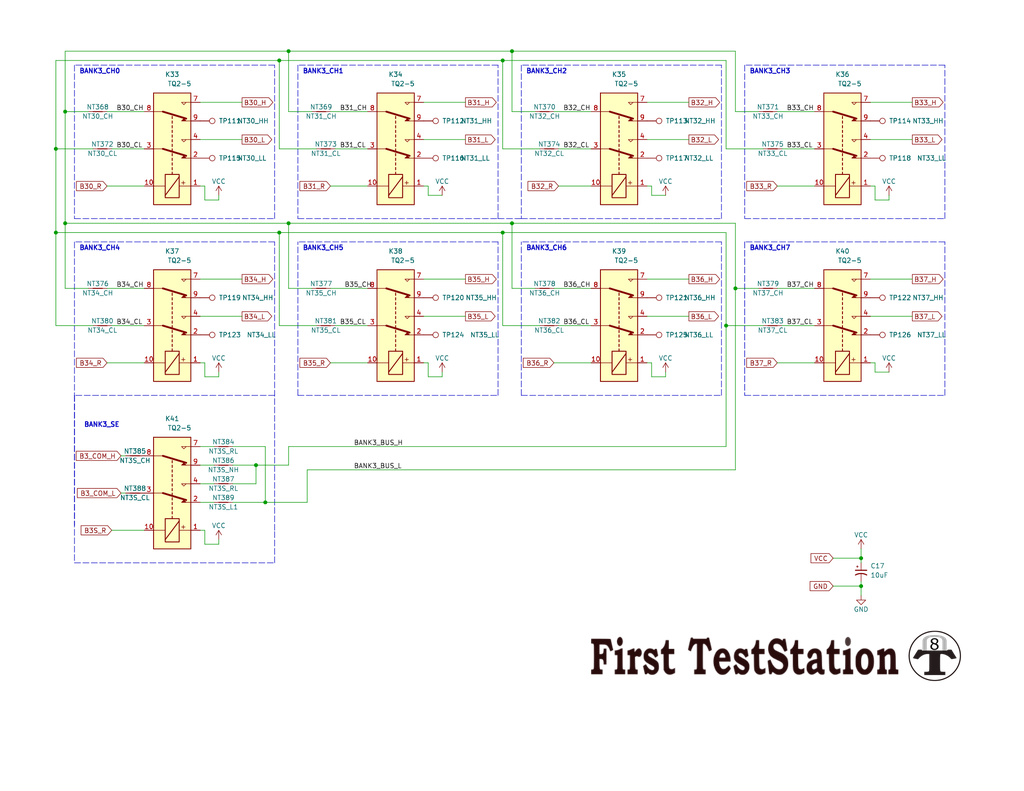
<source format=kicad_sch>
(kicad_sch (version 20211123) (generator eeschema)
  (paper "A")
  (title_block (title "InterconnectIO Board") (date "2022-06-01") (rev "0.1"))
  (lib_symbols
    (symbol "Connector:TestPoint" (pin_numbers hide) (pin_names (offset 0.762) hide)
      (property "Reference" "TP" (at 0 6.858 0))
      (property "Value" "TestPoint" (at 0 5.08 0))
      (symbol "TestPoint_0_1"
        (circle (center 0 3.302) (radius 0.762))
      )
      (symbol "TestPoint_1_1"
        (pin passive line (at 0 0 90) (length 2.54) (name "1") (number "1"))
      )
    )
    (symbol "Device:C_Polarized_Small_US" (pin_numbers hide) (pin_names (offset 0.254) hide)
      (property "Reference" "C" (at 0.254 1.778 0))
      (property "Value" "C_Polarized_Small_US" (at 0.254 -2.032 0))
      (symbol "C_Polarized_Small_US_0_1"
        (polyline (pts (xy -1.524 0.508) (xy 1.524 0.508)) (stroke (width 0.3048)))
        (polyline (pts (xy -1.27 1.524) (xy -0.762 1.524)))
        (polyline (pts (xy -1.016 1.27) (xy -1.016 1.778)))
        (arc (start 1.524 -0.762) (mid 0 -0.3734) (end -1.524 -0.762) (stroke (width 0.3048)))
      )
      (symbol "C_Polarized_Small_US_1_1"
        (pin passive line (at 0 2.54 270) (length 2.032) (name "~") (number "1"))
        (pin passive line (at 0 -2.54 90) (length 2.032) (name "~") (number "2"))
      )
    )
    (symbol "Device:NetTie_2" (pin_numbers hide) (pin_names (offset 0) hide)
      (property "Reference" "NT" (at 0 1.27 0))
      (property "Value" "NetTie_2" (at 0 -1.27 0))
      (symbol "NetTie_2_0_1"
        (polyline (pts (xy -1.27 0) (xy 1.27 0)) (stroke (width 0.254)))
      )
      (symbol "NetTie_2_1_1"
        (pin passive line (at -2.54 0 0) (length 2.54) (name "1") (number "1"))
        (pin passive line (at 2.54 0 180) (length 2.54) (name "2") (number "2"))
      )
    )
    (symbol "Relay:TQ2-5"
      (property "Reference" "K?" (at 17.78 1.2701 0))
      (property "Value" "TQ2-5" (at 17.78 -1.2699 0))
      (symbol "TQ2-5_0_0"
        (text "+" (at -9.271 2.921 0) (effects (font (size 1.27 1.27))))
      )
      (symbol "TQ2-5_0_1"
        (rectangle (start -15.24 5.08) (end 15.24 -5.08) (stroke (width 0.254)) (fill (type background)))
        (rectangle (start -13.335 1.905) (end -6.985 -1.905) (stroke (width 0.254)))
        (polyline (pts (xy -12.7 -1.905) (xy -7.62 1.905)) (stroke (width 0.254)))
        (polyline (pts (xy -10.16 -5.08) (xy -10.16 -1.905)))
        (polyline (pts (xy -10.16 5.08) (xy -10.16 1.905)))
        (polyline (pts (xy -6.985 0) (xy -6.35 0)) (stroke (width 0.254)))
        (polyline (pts (xy -5.715 0) (xy -5.08 0)) (stroke (width 0.254)))
        (polyline (pts (xy -4.445 0) (xy -3.81 0)) (stroke (width 0.254)))
        (polyline (pts (xy -3.175 0) (xy -2.54 0)) (stroke (width 0.254)))
        (polyline (pts (xy -1.905 0) (xy -1.27 0)) (stroke (width 0.254)))
        (polyline (pts (xy -0.635 0) (xy 0 0)) (stroke (width 0.254)))
        (polyline (pts (xy 0 -2.54) (xy -1.905 3.81)) (stroke (width 0.508)))
        (polyline (pts (xy 0 -2.54) (xy 0 -5.08)))
        (polyline (pts (xy 0.635 0) (xy 1.27 0)) (stroke (width 0.254)))
        (polyline (pts (xy 1.905 0) (xy 2.54 0)) (stroke (width 0.254)))
        (polyline (pts (xy 3.175 0) (xy 3.81 0)) (stroke (width 0.254)))
        (polyline (pts (xy 4.445 0) (xy 5.08 0)) (stroke (width 0.254)))
        (polyline (pts (xy 5.715 0) (xy 6.35 0)) (stroke (width 0.254)))
        (polyline (pts (xy 6.985 0) (xy 7.62 0)) (stroke (width 0.254)))
        (polyline (pts (xy 8.255 0) (xy 8.89 0)) (stroke (width 0.254)))
        (polyline (pts (xy 10.16 -2.54) (xy 8.255 3.81)) (stroke (width 0.508)))
        (polyline (pts (xy 10.16 -2.54) (xy 10.16 -5.08)))
        (polyline (pts (xy -2.54 5.08) (xy -2.54 2.54) (xy -1.905 3.175) (xy -2.54 3.81)) (fill (type outline)))
        (polyline (pts (xy 2.54 5.08) (xy 2.54 2.54) (xy 1.905 3.175) (xy 2.54 3.81)))
        (polyline (pts (xy 7.62 5.08) (xy 7.62 2.54) (xy 8.255 3.175) (xy 7.62 3.81)) (fill (type outline)))
        (polyline (pts (xy 12.7 5.08) (xy 12.7 2.54) (xy 12.065 3.175) (xy 12.7 3.81)))
      )
      (symbol "TQ2-5_1_1"
        (pin passive line (at -10.16 7.62 270) (length 2.54) (name "~") (number "1"))
        (pin passive line (at -10.16 -7.62 90) (length 2.54) (name "~") (number "10"))
        (pin passive line (at -2.54 7.62 270) (length 2.54) (name "~") (number "2"))
        (pin passive line (at 0 -7.62 90) (length 2.54) (name "~") (number "3"))
        (pin passive line (at 2.54 7.62 270) (length 2.54) (name "~") (number "4"))
        (pin passive line (at 12.7 7.62 270) (length 2.54) (name "~") (number "7"))
        (pin passive line (at 10.16 -7.62 90) (length 2.54) (name "~") (number "8"))
        (pin passive line (at 7.62 7.62 270) (length 2.54) (name "~") (number "9"))
      )
    )
    (symbol "power:GND" (power) (pin_numbers hide) (pin_names (offset 0) hide)
      (property "Value" "GND" (at 0 -3.81 0))
      (symbol "GND_0_1"
        (polyline (pts (xy 0 0) (xy 0 -1.27) (xy 1.27 -1.27) (xy 0 -2.54) (xy -1.27 -1.27) (xy 0 -1.27)))
      )
      (symbol "GND_1_1"
        (pin power_in line (at 0 0 270) (length 0) hide (name "GND") (number "1"))
      )
    )
    (symbol "power:VCC" (power) (pin_numbers hide) (pin_names (offset 0) hide)
      (property "Value" "VCC" (at 0 3.81 0))
      (symbol "VCC_0_1"
        (polyline (pts (xy -0.762 1.27) (xy 0 2.54)))
        (polyline (pts (xy 0 0) (xy 0 2.54)))
        (polyline (pts (xy 0 2.54) (xy 0.762 1.27)))
      )
      (symbol "VCC_1_1"
        (pin power_in line (at 0 0 90) (length 0) hide (name "VCC") (number "1"))
      )
    )
  )
  (junction (at 17.78 30.48))
  (junction (at 200.66 78.74))
  (junction (at 137.16 63.5))
  (junction (at 78.74 13.97))
  (junction (at 139.7 60.96))
  (junction (at 234.95 152.4))
  (junction (at 139.7 13.97))
  (junction (at 76.2 63.5))
  (junction (at 76.2 16.51))
  (junction (at 78.74 60.96))
  (junction (at 17.78 60.96))
  (junction (at 69.85 127))
  (junction (at 137.16 16.51))
  (junction (at 198.12 88.9))
  (junction (at 15.24 40.64))
  (junction (at 15.24 63.5))
  (junction (at 72.39 137.16))
  (junction (at 234.95 160.02))
  (wire (pts (xy 137.16 63.5) (xy 198.12 63.5)))
  (wire (pts (xy 30.48 144.78) (xy 39.37 144.78)))
  (polyline (pts (xy 196.85 17.78) (xy 142.24 17.78)))
  (wire (pts (xy 177.8 99.06) (xy 177.8 102.87)))
  (wire (pts (xy 212.09 78.74) (xy 222.25 78.74)))
  (wire (pts (xy 238.76 50.8) (xy 238.76 54.61)))
  (wire (pts (xy 17.78 78.74) (xy 17.78 60.96)))
  (wire (pts (xy 78.74 121.92) (xy 198.12 121.92)))
  (wire (pts (xy 212.09 30.48) (xy 222.25 30.48)))
  (polyline (pts (xy 196.85 59.69) (xy 196.85 17.78)))
  (wire (pts (xy 55.88 144.78) (xy 55.88 148.59)))
  (wire (pts (xy 198.12 88.9) (xy 208.28 88.9)))
  (wire (pts (xy 91.44 40.64) (xy 100.33 40.64)))
  (wire (pts (xy 55.88 50.8) (xy 55.88 54.61)))
  (wire (pts (xy 120.65 101.6) (xy 120.65 102.87)))
  (wire (pts (xy 15.24 40.64) (xy 25.4 40.64)))
  (polyline (pts (xy 20.32 107.95) (xy 20.32 153.67)))
  (wire (pts (xy 115.57 76.2) (xy 127 76.2)))
  (wire (pts (xy 76.2 16.51) (xy 137.16 16.51)))
  (wire (pts (xy 15.24 63.5) (xy 76.2 63.5)))
  (wire (pts (xy 63.5 127) (xy 69.85 127)))
  (polyline (pts (xy 20.32 107.95) (xy 20.32 143.51)))
  (wire (pts (xy 29.21 99.06) (xy 39.37 99.06)))
  (wire (pts (xy 176.53 76.2) (xy 187.96 76.2)))
  (polyline (pts (xy 74.93 144.78) (xy 74.93 66.04)))
  (wire (pts (xy 238.76 99.06) (xy 237.49 99.06)))
  (wire (pts (xy 115.57 86.36) (xy 127 86.36)))
  (polyline (pts (xy 257.81 107.95) (xy 257.81 66.04)))
  (wire (pts (xy 151.13 99.06) (xy 161.29 99.06)))
  (wire (pts (xy 151.13 78.74) (xy 161.29 78.74)))
  (polyline (pts (xy 203.2 59.69) (xy 257.81 59.69)))
  (wire (pts (xy 55.88 99.06) (xy 55.88 102.87)))
  (polyline (pts (xy 74.93 153.67) (xy 74.93 144.78)))
  (polyline (pts (xy 74.93 17.78) (xy 20.32 17.78)))
  (wire (pts (xy 29.21 30.48) (xy 39.37 30.48)))
  (wire (pts (xy 115.57 38.1) (xy 127 38.1)))
  (wire (pts (xy 55.88 99.06) (xy 54.61 99.06)))
  (polyline (pts (xy 142.24 17.78) (xy 142.24 59.69)))
  (wire (pts (xy 85.09 30.48) (xy 78.74 30.48)))
  (wire (pts (xy 55.88 50.8) (xy 54.61 50.8)))
  (wire (pts (xy 152.4 88.9) (xy 161.29 88.9)))
  (wire (pts (xy 212.09 99.06) (xy 222.25 99.06)))
  (wire (pts (xy 200.66 78.74) (xy 200.66 128.27)))
  (wire (pts (xy 59.69 101.6) (xy 59.69 102.87)))
  (wire (pts (xy 54.61 127) (xy 58.42 127)))
  (wire (pts (xy 139.7 30.48) (xy 139.7 13.97)))
  (wire (pts (xy 54.61 86.36) (xy 66.04 86.36)))
  (wire (pts (xy 120.65 102.87) (xy 116.84 102.87)))
  (wire (pts (xy 54.61 27.94) (xy 66.04 27.94)))
  (polyline (pts (xy 135.89 59.69) (xy 135.89 17.78)))
  (polyline (pts (xy 196.85 66.04) (xy 142.24 66.04)))
  (polyline (pts (xy 203.2 66.04) (xy 203.2 107.95)))
  (wire (pts (xy 15.24 88.9) (xy 25.4 88.9)))
  (wire (pts (xy 198.12 121.92) (xy 198.12 88.9)))
  (wire (pts (xy 17.78 13.97) (xy 17.78 30.48)))
  (wire (pts (xy 237.49 27.94) (xy 248.92 27.94)))
  (wire (pts (xy 33.02 124.46) (xy 34.29 124.46)))
  (wire (pts (xy 54.61 38.1) (xy 66.04 38.1)))
  (wire (pts (xy 33.02 134.62) (xy 34.29 134.62)))
  (wire (pts (xy 90.17 78.74) (xy 100.33 78.74)))
  (wire (pts (xy 227.33 160.02) (xy 234.95 160.02)))
  (polyline (pts (xy 135.89 66.04) (xy 81.28 66.04)))
  (wire (pts (xy 234.95 160.02) (xy 234.95 158.75)))
  (wire (pts (xy 54.61 121.92) (xy 58.42 121.92)))
  (wire (pts (xy 237.49 38.1) (xy 248.92 38.1)))
  (wire (pts (xy 181.61 53.34) (xy 177.8 53.34)))
  (wire (pts (xy 54.61 132.08) (xy 58.42 132.08)))
  (wire (pts (xy 116.84 99.06) (xy 116.84 102.87)))
  (wire (pts (xy 59.69 147.32) (xy 59.69 148.59)))
  (wire (pts (xy 237.49 86.36) (xy 248.92 86.36)))
  (wire (pts (xy 200.66 60.96) (xy 139.7 60.96)))
  (wire (pts (xy 91.44 88.9) (xy 100.33 88.9)))
  (wire (pts (xy 76.2 40.64) (xy 76.2 16.51)))
  (wire (pts (xy 63.5 121.92) (xy 72.39 121.92)))
  (polyline (pts (xy 142.24 59.69) (xy 196.85 59.69)))
  (polyline (pts (xy 196.85 107.95) (xy 196.85 66.04)))
  (polyline (pts (xy 74.93 59.69) (xy 74.93 17.78)))
  (wire (pts (xy 137.16 63.5) (xy 137.16 88.9)))
  (wire (pts (xy 176.53 27.94) (xy 187.96 27.94)))
  (wire (pts (xy 17.78 30.48) (xy 24.13 30.48)))
  (wire (pts (xy 242.57 54.61) (xy 238.76 54.61)))
  (wire (pts (xy 83.82 137.16) (xy 72.39 137.16)))
  (wire (pts (xy 212.09 50.8) (xy 222.25 50.8)))
  (wire (pts (xy 69.85 127) (xy 78.74 127)))
  (wire (pts (xy 139.7 60.96) (xy 139.7 78.74)))
  (wire (pts (xy 200.66 128.27) (xy 83.82 128.27)))
  (polyline (pts (xy 257.81 17.78) (xy 203.2 17.78)))
  (wire (pts (xy 137.16 16.51) (xy 137.16 40.64)))
  (wire (pts (xy 200.66 30.48) (xy 200.66 13.97)))
  (wire (pts (xy 54.61 137.16) (xy 58.42 137.16)))
  (wire (pts (xy 90.17 99.06) (xy 100.33 99.06)))
  (wire (pts (xy 15.24 63.5) (xy 15.24 40.64)))
  (polyline (pts (xy 203.2 66.04) (xy 203.2 107.95)))
  (wire (pts (xy 115.57 27.94) (xy 127 27.94)))
  (polyline (pts (xy 81.28 59.69) (xy 135.89 59.69)))
  (wire (pts (xy 116.84 50.8) (xy 115.57 50.8)))
  (polyline (pts (xy 142.24 107.95) (xy 196.85 107.95)))
  (wire (pts (xy 213.36 40.64) (xy 222.25 40.64)))
  (wire (pts (xy 176.53 38.1) (xy 187.96 38.1)))
  (polyline (pts (xy 203.2 107.95) (xy 257.81 107.95)))
  (wire (pts (xy 17.78 60.96) (xy 17.78 30.48)))
  (wire (pts (xy 181.61 101.6) (xy 181.61 102.87)))
  (wire (pts (xy 55.88 144.78) (xy 54.61 144.78)))
  (wire (pts (xy 116.84 99.06) (xy 115.57 99.06)))
  (wire (pts (xy 139.7 13.97) (xy 78.74 13.97)))
  (polyline (pts (xy 81.28 107.95) (xy 81.28 66.04)))
  (wire (pts (xy 177.8 50.8) (xy 176.53 50.8)))
  (wire (pts (xy 76.2 88.9) (xy 86.36 88.9)))
  (wire (pts (xy 24.13 78.74) (xy 17.78 78.74)))
  (wire (pts (xy 15.24 16.51) (xy 76.2 16.51)))
  (wire (pts (xy 63.5 132.08) (xy 69.85 132.08)))
  (wire (pts (xy 69.85 132.08) (xy 69.85 127)))
  (wire (pts (xy 237.49 76.2) (xy 248.92 76.2)))
  (wire (pts (xy 30.48 40.64) (xy 39.37 40.64)))
  (polyline (pts (xy 20.32 153.67) (xy 74.93 153.67)))
  (wire (pts (xy 198.12 40.64) (xy 198.12 16.51)))
  (wire (pts (xy 17.78 60.96) (xy 78.74 60.96)))
  (wire (pts (xy 29.21 78.74) (xy 39.37 78.74)))
  (wire (pts (xy 15.24 40.64) (xy 15.24 16.51)))
  (wire (pts (xy 29.21 50.8) (xy 39.37 50.8)))
  (wire (pts (xy 207.01 78.74) (xy 200.66 78.74)))
  (wire (pts (xy 78.74 60.96) (xy 139.7 60.96)))
  (wire (pts (xy 76.2 63.5) (xy 76.2 88.9)))
  (wire (pts (xy 72.39 137.16) (xy 63.5 137.16)))
  (wire (pts (xy 238.76 50.8) (xy 237.49 50.8)))
  (wire (pts (xy 76.2 40.64) (xy 86.36 40.64)))
  (wire (pts (xy 59.69 53.34) (xy 59.69 54.61)))
  (polyline (pts (xy 74.93 107.95) (xy 20.32 107.95)))
  (wire (pts (xy 116.84 50.8) (xy 116.84 53.34)))
  (wire (pts (xy 177.8 50.8) (xy 177.8 53.34)))
  (wire (pts (xy 181.61 102.87) (xy 177.8 102.87)))
  (wire (pts (xy 152.4 40.64) (xy 161.29 40.64)))
  (wire (pts (xy 198.12 16.51) (xy 137.16 16.51)))
  (wire (pts (xy 59.69 148.59) (xy 55.88 148.59)))
  (wire (pts (xy 234.95 149.86) (xy 234.95 152.4)))
  (wire (pts (xy 78.74 78.74) (xy 85.09 78.74)))
  (polyline (pts (xy 20.32 66.04) (xy 20.32 107.95)))
  (wire (pts (xy 227.33 152.4) (xy 234.95 152.4)))
  (wire (pts (xy 78.74 13.97) (xy 17.78 13.97)))
  (wire (pts (xy 198.12 63.5) (xy 198.12 88.9)))
  (wire (pts (xy 30.48 88.9) (xy 39.37 88.9)))
  (wire (pts (xy 176.53 86.36) (xy 187.96 86.36)))
  (wire (pts (xy 90.17 50.8) (xy 100.33 50.8)))
  (polyline (pts (xy 81.28 107.95) (xy 135.89 107.95)))
  (wire (pts (xy 76.2 63.5) (xy 137.16 63.5)))
  (wire (pts (xy 152.4 50.8) (xy 161.29 50.8)))
  (polyline (pts (xy 20.32 59.69) (xy 74.93 59.69)))
  (wire (pts (xy 242.57 53.34) (xy 242.57 54.61)))
  (wire (pts (xy 78.74 30.48) (xy 78.74 13.97)))
  (wire (pts (xy 234.95 160.02) (xy 234.95 162.56)))
  (wire (pts (xy 78.74 60.96) (xy 78.74 78.74)))
  (wire (pts (xy 177.8 99.06) (xy 176.53 99.06)))
  (polyline (pts (xy 257.81 59.69) (xy 257.81 17.78)))
  (polyline (pts (xy 135.89 17.78) (xy 81.28 17.78)))
  (polyline (pts (xy 203.2 17.78) (xy 203.2 59.69)))
  (polyline (pts (xy 81.28 17.78) (xy 81.28 59.69)))
  (wire (pts (xy 90.17 30.48) (xy 100.33 30.48)))
  (wire (pts (xy 200.66 13.97) (xy 139.7 13.97)))
  (wire (pts (xy 59.69 54.61) (xy 55.88 54.61)))
  (wire (pts (xy 72.39 121.92) (xy 72.39 137.16)))
  (polyline (pts (xy 142.24 107.95) (xy 142.24 66.04)))
  (polyline (pts (xy 135.89 107.95) (xy 135.89 66.04)))
  (polyline (pts (xy 257.81 66.04) (xy 203.2 66.04)))
  (polyline (pts (xy 135.89 59.69) (xy 142.24 59.69)))
  (wire (pts (xy 200.66 78.74) (xy 200.66 60.96)))
  (wire (pts (xy 83.82 128.27) (xy 83.82 137.16)))
  (wire (pts (xy 234.95 152.4) (xy 234.95 153.67)))
  (wire (pts (xy 242.57 101.6) (xy 238.76 101.6)))
  (wire (pts (xy 198.12 40.64) (xy 208.28 40.64)))
  (wire (pts (xy 137.16 88.9) (xy 147.32 88.9)))
  (wire (pts (xy 146.05 30.48) (xy 139.7 30.48)))
  (wire (pts (xy 120.65 53.34) (xy 116.84 53.34)))
  (wire (pts (xy 151.13 30.48) (xy 161.29 30.48)))
  (wire (pts (xy 78.74 121.92) (xy 78.74 127)))
  (polyline (pts (xy 74.93 66.04) (xy 20.32 66.04)))
  (wire (pts (xy 59.69 102.87) (xy 55.88 102.87)))
  (wire (pts (xy 54.61 76.2) (xy 66.04 76.2)))
  (wire (pts (xy 15.24 63.5) (xy 15.24 88.9)))
  (wire (pts (xy 238.76 99.06) (xy 238.76 101.6)))
  (wire (pts (xy 137.16 40.64) (xy 147.32 40.64)))
  (wire (pts (xy 213.36 88.9) (xy 222.25 88.9)))
  (wire (pts (xy 207.01 30.48) (xy 200.66 30.48)))
  (wire (pts (xy 139.7 78.74) (xy 146.05 78.74)))
  (polyline (pts (xy 20.32 17.78) (xy 20.32 59.69)))
  (image (at 255.27 179.07))
  (image (at 203.2 179.07) (scale 2.13772))
  (text "BANK3_SE" (at 22.86 116.84 0) (effects (font (size 1.27 1.27) (thickness 0.254) bold) (justify left bottom)))
  (text "BANK3_CH6" (at 143.51 68.58 0) (effects (font (size 1.27 1.27) (thickness 0.254) bold) (justify left bottom)))
  (text "BANK3_CH5" (at 82.55 68.58 0) (effects (font (size 1.27 1.27) (thickness 0.254) bold) (justify left bottom)))
  (text "BANK3_CH1" (at 82.55 20.32 0) (effects (font (size 1.27 1.27) (thickness 0.254) bold) (justify left bottom)))
  (text "BANK3_CH4" (at 21.59 68.58 0) (effects (font (size 1.27 1.27) (thickness 0.254) bold) (justify left bottom)))
  (text "BANK3_CH3" (at 204.47 20.32 0) (effects (font (size 1.27 1.27) (thickness 0.254) bold) (justify left bottom)))
  (text "BANK3_CH7" (at 204.47 68.58 0) (effects (font (size 1.27 1.27) (thickness 0.254) bold) (justify left bottom)))
  (text "BANK3_CH0" (at 21.59 20.32 0) (effects (font (size 1.27 1.27) (thickness 0.254) bold) (justify left bottom)))
  (text "BANK3_CH2" (at 143.51 20.32 0) (effects (font (size 1.27 1.27) (thickness 0.254) bold) (justify left bottom)))
  (label "B37_CL" (at 214.63 88.9 0))
  (label "B36_CH" (at 153.67 78.74 0))
  (label "B36_CL" (at 153.67 88.9 0))
  (label "B30_CL" (at 31.75 40.64 0))
  (label "B34_CH" (at 31.75 78.74 0))
  (label "B35_CL" (at 92.71 88.9 0))
  (label "BANK3_BUS_H" (at 96.52 121.92 0))
  (label "B33_CL" (at 214.63 40.64 0))
  (label "B30_CH" (at 31.75 30.48 0))
  (label "B34_CL" (at 31.75 88.9 0))
  (label "B31_CH" (at 92.71 30.48 0))
  (label "BANK3_BUS_L" (at 96.52 128.27 0))
  (label "B35_CH" (at 93.98 78.74 0))
  (label "B32_CL" (at 153.67 40.64 0))
  (label "B31_CL" (at 92.71 40.64 0))
  (label "B32_CH" (at 153.67 30.48 0))
  (label "B37_CH" (at 214.63 78.74 0))
  (label "B33_CH" (at 214.63 30.48 0))
  (global_label "B3_COM_H" (shape input) (at 33.02 124.46 180) (property "Intersheet References" "${INTERSHEET_REFS}" (effects hide)))
  (global_label "B35_H" (shape output) (at 127 76.2 0) (property "Intersheet References" "${INTERSHEET_REFS}" (effects hide)))
  (global_label "B32_L" (shape output) (at 187.96 38.1 0) (property "Intersheet References" "${INTERSHEET_REFS}" (effects hide)))
  (global_label "B3_COM_L" (shape input) (at 33.02 134.62 180) (property "Intersheet References" "${INTERSHEET_REFS}" (effects hide)))
  (global_label "B35_L" (shape output) (at 127 86.36 0) (property "Intersheet References" "${INTERSHEET_REFS}" (effects hide)))
  (global_label "B36_H" (shape output) (at 187.96 76.2 0) (property "Intersheet References" "${INTERSHEET_REFS}" (effects hide)))
  (global_label "B36_L" (shape output) (at 187.96 86.36 0) (property "Intersheet References" "${INTERSHEET_REFS}" (effects hide)))
  (global_label "B30_H" (shape output) (at 66.04 27.94 0) (property "Intersheet References" "${INTERSHEET_REFS}" (effects hide)))
  (global_label "B37_H" (shape output) (at 248.92 76.2 0) (property "Intersheet References" "${INTERSHEET_REFS}" (effects hide)))
  (global_label "B32_H" (shape output) (at 187.96 27.94 0) (property "Intersheet References" "${INTERSHEET_REFS}" (effects hide)))
  (global_label "B36_R" (shape input) (at 151.13 99.06 180) (property "Intersheet References" "${INTERSHEET_REFS}" (effects hide)))
  (global_label "VCC" (shape input) (at 227.33 152.4 180) (property "Intersheet References" "${INTERSHEET_REFS}" (effects hide)))
  (global_label "B37_L" (shape output) (at 248.92 86.36 0) (property "Intersheet References" "${INTERSHEET_REFS}" (effects hide)))
  (global_label "B34_H" (shape output) (at 66.04 76.2 0) (property "Intersheet References" "${INTERSHEET_REFS}" (effects hide)))
  (global_label "B33_L" (shape output) (at 248.92 38.1 0) (property "Intersheet References" "${INTERSHEET_REFS}" (effects hide)))
  (global_label "B34_R" (shape input) (at 29.21 99.06 180) (property "Intersheet References" "${INTERSHEET_REFS}" (effects hide)))
  (global_label "B34_L" (shape output) (at 66.04 86.36 0) (property "Intersheet References" "${INTERSHEET_REFS}" (effects hide)))
  (global_label "B31_R" (shape input) (at 90.17 50.8 180) (property "Intersheet References" "${INTERSHEET_REFS}" (effects hide)))
  (global_label "B33_R" (shape input) (at 212.09 50.8 180) (property "Intersheet References" "${INTERSHEET_REFS}" (effects hide)))
  (global_label "B37_R" (shape input) (at 212.09 99.06 180) (property "Intersheet References" "${INTERSHEET_REFS}" (effects hide)))
  (global_label "B32_R" (shape input) (at 152.4 50.8 180) (property "Intersheet References" "${INTERSHEET_REFS}" (effects hide)))
  (global_label "B31_H" (shape output) (at 127 27.94 0) (property "Intersheet References" "${INTERSHEET_REFS}" (effects hide)))
  (global_label "B3S_R" (shape input) (at 30.48 144.78 180) (property "Intersheet References" "${INTERSHEET_REFS}" (effects hide)))
  (global_label "GND" (shape input) (at 227.33 160.02 180) (property "Intersheet References" "${INTERSHEET_REFS}" (effects hide)))
  (global_label "B30_R" (shape input) (at 29.21 50.8 180) (property "Intersheet References" "${INTERSHEET_REFS}" (effects hide)))
  (global_label "B31_L" (shape output) (at 127 38.1 0) (property "Intersheet References" "${INTERSHEET_REFS}" (effects hide)))
  (global_label "B30_L" (shape output) (at 66.04 38.1 0) (property "Intersheet References" "${INTERSHEET_REFS}" (effects hide)))
  (global_label "B33_H" (shape output) (at 248.92 27.94 0) (property "Intersheet References" "${INTERSHEET_REFS}" (effects hide)))
  (global_label "B35_R" (shape input) (at 90.17 99.06 180) (property "Intersheet References" "${INTERSHEET_REFS}" (effects hide)))
  (symbol (lib_id "Device:NetTie_2") (at 60.96 132.08 0) (unit 1)
    (property "Reference" "NT387" (at 60.96 130.81 0))
    (property "Value" "NT3S_RL" (at 60.96 133.35 0))
    (property "Footprint" "NetTie:NetTie-2_Front1.0mm" (effects hide))
  )
  (symbol (lib_id "Relay:TQ2-5") (at 107.95 40.64 270) (mirror x) (unit 1)
    (property "Reference" "K34" (at 107.95 20.32 90))
    (property "Value" "TQ2-5" (at 106.6801 22.86 90) (effects (justify left)))
    (property "Footprint" "Relay_THT:Relay_DPDT_FRT5" (effects hide))
    (property "Datasheet" "http://omronfs.omron.com/en_US/ecb/products/pdf/en-tq2.pdf" (effects hide))
  )
  (symbol (lib_id "Connector:TestPoint") (at 237.49 91.44 270) (unit 1)
    (property "Reference" "TP126" (at 242.57 91.44 90) (effects (justify left)))
    (property "Value" "NT37_LL" (at 250.19 91.44 90) (effects (justify left)))
    (property "Footprint" "TestPoint:TestPoint_THTPad_D1.5mm_Drill0.7mm" (effects hide))
  )
  (symbol (lib_id "power:VCC") (at 242.57 53.34 0) (unit 1)
    (property "Reference" "#PWR068" (effects hide))
    (property "Value" "VCC" (at 242.57 49.53 0))
  )
  (symbol (lib_id "Device:NetTie_2") (at 88.9 88.9 0) (unit 1)
    (property "Reference" "NT381" (at 88.9 87.63 0))
    (property "Value" "NT35_CL" (at 88.9 90.17 0))
    (property "Footprint" "NetTie:NetTie-2_Front1.0mm" (effects hide))
  )
  (symbol (lib_id "Device:NetTie_2") (at 36.83 134.62 0) (unit 1)
    (property "Reference" "NT388" (at 36.83 133.35 0))
    (property "Value" "NT3S_CL" (at 36.83 135.89 0))
    (property "Footprint" "NetTie:NetTie-2_Front1.0mm" (effects hide))
  )
  (symbol (lib_id "Device:NetTie_2") (at 148.59 78.74 0) (unit 1)
    (property "Reference" "NT378" (at 148.59 77.47 0))
    (property "Value" "NT36_CH" (at 148.59 80.01 0))
    (property "Footprint" "NetTie:NetTie-2_Front1.0mm" (effects hide))
  )
  (symbol (lib_id "Device:C_Polarized_Small_US") (at 234.95 156.21 0) (unit 1)
    (property "Reference" "C17" (at 237.49 154.5081 0) (effects (justify left)))
    (property "Value" "10uF" (at 237.49 157.0481 0) (effects (justify left)))
    (property "Footprint" "Capacitor_THT:CP_Radial_D4.0mm_P1.50mm" (effects hide))
  )
  (symbol (lib_id "power:VCC") (at 181.61 53.34 0) (unit 1)
    (property "Reference" "#PWR067" (effects hide))
    (property "Value" "VCC" (at 181.61 49.53 0))
  )
  (symbol (lib_id "Device:NetTie_2") (at 87.63 78.74 0) (unit 1)
    (property "Reference" "NT377" (at 87.63 77.47 0))
    (property "Value" "NT35_CH" (at 87.63 80.01 0))
    (property "Footprint" "NetTie:NetTie-2_Front1.0mm" (effects hide))
  )
  (symbol (lib_id "Device:NetTie_2") (at 209.55 78.74 0) (unit 1)
    (property "Reference" "NT379" (at 209.55 77.47 0))
    (property "Value" "NT37_CH" (at 209.55 80.01 0))
    (property "Footprint" "NetTie:NetTie-2_Front1.0mm" (effects hide))
  )
  (symbol (lib_id "Connector:TestPoint") (at 176.53 81.28 270) (unit 1)
    (property "Reference" "TP121" (at 181.61 81.28 90) (effects (justify left)))
    (property "Value" "NT36_HH" (at 186.69 81.28 90) (effects (justify left)))
    (property "Footprint" "TestPoint:TestPoint_THTPad_D1.5mm_Drill0.7mm" (effects hide))
  )
  (symbol (lib_id "power:VCC") (at 59.69 147.32 0) (unit 1)
    (property "Reference" "#PWR086" (effects hide))
    (property "Value" "VCC" (at 59.69 143.51 0))
  )
  (symbol (lib_id "Device:NetTie_2") (at 88.9 40.64 0) (unit 1)
    (property "Reference" "NT373" (at 88.9 39.37 0))
    (property "Value" "NT31_CL" (at 88.9 41.91 0))
    (property "Footprint" "NetTie:NetTie-2_Front1.0mm" (effects hide))
  )
  (symbol (lib_id "Connector:TestPoint") (at 176.53 33.02 270) (unit 1)
    (property "Reference" "TP113" (at 181.61 33.02 90) (effects (justify left)))
    (property "Value" "NT32_HH" (at 186.69 33.02 90) (effects (justify left)))
    (property "Footprint" "TestPoint:TestPoint_THTPad_D1.5mm_Drill0.7mm" (effects hide))
  )
  (symbol (lib_id "Relay:TQ2-5") (at 107.95 88.9 270) (mirror x) (unit 1)
    (property "Reference" "K38" (at 107.95 68.58 90))
    (property "Value" "TQ2-5" (at 106.6801 71.12 90) (effects (justify left)))
    (property "Footprint" "Relay_THT:Relay_DPDT_FRT5" (effects hide))
    (property "Datasheet" "http://omronfs.omron.com/en_US/ecb/products/pdf/en-tq2.pdf" (effects hide))
  )
  (symbol (lib_id "power:VCC") (at 120.65 101.6 0) (unit 1)
    (property "Reference" "#PWR070" (effects hide))
    (property "Value" "VCC" (at 120.65 97.79 0))
  )
  (symbol (lib_id "Connector:TestPoint") (at 115.57 91.44 270) (unit 1)
    (property "Reference" "TP124" (at 120.65 91.44 90) (effects (justify left)))
    (property "Value" "NT35_LL" (at 128.27 91.44 90) (effects (justify left)))
    (property "Footprint" "TestPoint:TestPoint_THTPad_D1.5mm_Drill0.7mm" (effects hide))
  )
  (symbol (lib_id "Device:NetTie_2") (at 36.83 124.46 0) (unit 1)
    (property "Reference" "NT385" (at 36.83 123.19 0))
    (property "Value" "NT3S_CH" (at 36.83 125.73 0))
    (property "Footprint" "NetTie:NetTie-2_Front1.0mm" (effects hide))
  )
  (symbol (lib_id "power:VCC") (at 120.65 53.34 0) (unit 1)
    (property "Reference" "#PWR066" (effects hide))
    (property "Value" "VCC" (at 120.65 49.53 0))
  )
  (symbol (lib_id "Device:NetTie_2") (at 26.67 30.48 0) (unit 1)
    (property "Reference" "NT368" (at 26.67 29.21 0))
    (property "Value" "NT30_CH" (at 26.67 31.75 0))
    (property "Footprint" "NetTie:NetTie-2_Front1.0mm" (effects hide))
  )
  (symbol (lib_id "power:VCC") (at 59.69 53.34 0) (unit 1)
    (property "Reference" "#PWR065" (effects hide))
    (property "Value" "VCC" (at 59.69 49.53 0))
  )
  (symbol (lib_id "Device:NetTie_2") (at 60.96 121.92 0) (unit 1)
    (property "Reference" "NT384" (at 60.96 120.65 0))
    (property "Value" "NT3S_RL" (at 60.96 123.19 0))
    (property "Footprint" "NetTie:NetTie-2_Front1.0mm" (effects hide))
  )
  (symbol (lib_id "Device:NetTie_2") (at 148.59 30.48 0) (unit 1)
    (property "Reference" "NT370" (at 148.59 29.21 0))
    (property "Value" "NT32_CH" (at 148.59 31.75 0))
    (property "Footprint" "NetTie:NetTie-2_Front1.0mm" (effects hide))
  )
  (symbol (lib_id "power:GND") (at 234.95 162.56 0) (unit 1)
    (property "Reference" "#PWR089" (effects hide))
    (property "Value" "GND" (at 234.95 166.37 0))
  )
  (symbol (lib_id "Relay:TQ2-5") (at 46.99 88.9 270) (mirror x) (unit 1)
    (property "Reference" "K37" (at 46.99 68.58 90))
    (property "Value" "TQ2-5" (at 45.7201 71.12 90) (effects (justify left)))
    (property "Footprint" "Relay_THT:Relay_DPDT_FRT5" (effects hide))
    (property "Datasheet" "http://omronfs.omron.com/en_US/ecb/products/pdf/en-tq2.pdf" (effects hide))
  )
  (symbol (lib_id "Device:NetTie_2") (at 149.86 40.64 0) (unit 1)
    (property "Reference" "NT374" (at 149.86 39.37 0))
    (property "Value" "NT32_CL" (at 149.86 41.91 0))
    (property "Footprint" "NetTie:NetTie-2_Front1.0mm" (effects hide))
  )
  (symbol (lib_id "Device:NetTie_2") (at 60.96 137.16 0) (unit 1)
    (property "Reference" "NT389" (at 60.96 135.89 0))
    (property "Value" "NT3S_L1" (at 60.96 138.43 0))
    (property "Footprint" "NetTie:NetTie-2_Front1.0mm" (effects hide))
  )
  (symbol (lib_id "Connector:TestPoint") (at 115.57 81.28 270) (unit 1)
    (property "Reference" "TP120" (at 120.65 81.28 90) (effects (justify left)))
    (property "Value" "NT35_HH" (at 127 81.28 90) (effects (justify left)))
    (property "Footprint" "TestPoint:TestPoint_THTPad_D1.5mm_Drill0.7mm" (effects hide))
  )
  (symbol (lib_id "power:VCC") (at 181.61 101.6 0) (unit 1)
    (property "Reference" "#PWR071" (effects hide))
    (property "Value" "VCC" (at 181.61 97.79 0))
  )
  (symbol (lib_id "Relay:TQ2-5") (at 168.91 40.64 270) (mirror x) (unit 1)
    (property "Reference" "K35" (at 168.91 20.32 90))
    (property "Value" "TQ2-5" (at 167.6401 22.86 90) (effects (justify left)))
    (property "Footprint" "Relay_THT:Relay_DPDT_FRT5" (effects hide))
    (property "Datasheet" "http://omronfs.omron.com/en_US/ecb/products/pdf/en-tq2.pdf" (effects hide))
  )
  (symbol (lib_id "Connector:TestPoint") (at 54.61 33.02 270) (unit 1)
    (property "Reference" "TP111" (at 59.69 33.02 90) (effects (justify left)))
    (property "Value" "NT30_HH" (at 64.77 33.02 90) (effects (justify left)))
    (property "Footprint" "TestPoint:TestPoint_THTPad_D1.5mm_Drill0.7mm" (effects hide))
  )
  (symbol (lib_id "Connector:TestPoint") (at 237.49 81.28 270) (unit 1)
    (property "Reference" "TP122" (at 242.57 81.28 90) (effects (justify left)))
    (property "Value" "NT37_HH" (at 248.92 81.28 90) (effects (justify left)))
    (property "Footprint" "TestPoint:TestPoint_THTPad_D1.5mm_Drill0.7mm" (effects hide))
  )
  (symbol (lib_id "Connector:TestPoint") (at 54.61 43.18 270) (unit 1)
    (property "Reference" "TP115" (at 59.69 43.18 90) (effects (justify left)))
    (property "Value" "NT30_LL" (at 64.77 43.18 90) (effects (justify left)))
    (property "Footprint" "TestPoint:TestPoint_THTPad_D1.5mm_Drill0.7mm" (effects hide))
  )
  (symbol (lib_id "Relay:TQ2-5") (at 46.99 134.62 270) (mirror x) (unit 1)
    (property "Reference" "K41" (at 46.99 114.3 90))
    (property "Value" "TQ2-5" (at 45.7201 116.84 90) (effects (justify left)))
    (property "Footprint" "Relay_THT:Relay_DPDT_FRT5" (effects hide))
    (property "Datasheet" "http://omronfs.omron.com/en_US/ecb/products/pdf/en-tq2.pdf" (effects hide))
  )
  (symbol (lib_id "Connector:TestPoint") (at 54.61 91.44 270) (unit 1)
    (property "Reference" "TP123" (at 59.69 91.44 90) (effects (justify left)))
    (property "Value" "NT34_LL" (at 67.31 91.44 90) (effects (justify left)))
    (property "Footprint" "TestPoint:TestPoint_THTPad_D1.5mm_Drill0.7mm" (effects hide))
  )
  (symbol (lib_id "Device:NetTie_2") (at 27.94 40.64 0) (unit 1)
    (property "Reference" "NT372" (at 27.94 39.37 0))
    (property "Value" "NT30_CL" (at 27.94 41.91 0))
    (property "Footprint" "NetTie:NetTie-2_Front1.0mm" (effects hide))
  )
  (symbol (lib_id "Connector:TestPoint") (at 237.49 33.02 270) (unit 1)
    (property "Reference" "TP114" (at 242.57 33.02 90) (effects (justify left)))
    (property "Value" "NT33_HH" (at 248.92 33.02 90) (effects (justify left)))
    (property "Footprint" "TestPoint:TestPoint_THTPad_D1.5mm_Drill0.7mm" (effects hide))
  )
  (symbol (lib_id "Device:NetTie_2") (at 209.55 30.48 0) (unit 1)
    (property "Reference" "NT371" (at 209.55 29.21 0))
    (property "Value" "NT33_CH" (at 209.55 31.75 0))
    (property "Footprint" "NetTie:NetTie-2_Front1.0mm" (effects hide))
  )
  (symbol (lib_id "Device:NetTie_2") (at 87.63 30.48 0) (unit 1)
    (property "Reference" "NT369" (at 87.63 29.21 0))
    (property "Value" "NT31_CH" (at 87.63 31.75 0))
    (property "Footprint" "NetTie:NetTie-2_Front1.0mm" (effects hide))
  )
  (symbol (lib_id "Connector:TestPoint") (at 176.53 43.18 270) (unit 1)
    (property "Reference" "TP117" (at 181.61 43.18 90) (effects (justify left)))
    (property "Value" "NT32_LL" (at 186.69 43.18 90) (effects (justify left)))
    (property "Footprint" "TestPoint:TestPoint_THTPad_D1.5mm_Drill0.7mm" (effects hide))
  )
  (symbol (lib_id "Connector:TestPoint") (at 115.57 33.02 270) (unit 1)
    (property "Reference" "TP112" (at 120.65 33.02 90) (effects (justify left)))
    (property "Value" "NT31_HH" (at 125.73 33.02 90) (effects (justify left)))
    (property "Footprint" "TestPoint:TestPoint_THTPad_D1.5mm_Drill0.7mm" (effects hide))
  )
  (symbol (lib_id "Device:NetTie_2") (at 60.96 127 0) (unit 1)
    (property "Reference" "NT386" (at 60.96 125.73 0))
    (property "Value" "NT3S_NH" (at 60.96 128.27 0))
    (property "Footprint" "NetTie:NetTie-2_Front1.0mm" (effects hide))
  )
  (symbol (lib_id "Device:NetTie_2") (at 149.86 88.9 0) (unit 1)
    (property "Reference" "NT382" (at 149.86 87.63 0))
    (property "Value" "NT36_CL" (at 149.86 90.17 0))
    (property "Footprint" "NetTie:NetTie-2_Front1.0mm" (effects hide))
  )
  (symbol (lib_id "Connector:TestPoint") (at 176.53 91.44 270) (unit 1)
    (property "Reference" "TP125" (at 181.61 91.44 90) (effects (justify left)))
    (property "Value" "NT36_LL" (at 186.69 91.44 90) (effects (justify left)))
    (property "Footprint" "TestPoint:TestPoint_THTPad_D1.5mm_Drill0.7mm" (effects hide))
  )
  (symbol (lib_id "Connector:TestPoint") (at 54.61 81.28 270) (unit 1)
    (property "Reference" "TP119" (at 59.69 81.28 90) (effects (justify left)))
    (property "Value" "NT34_HH" (at 66.04 81.28 90) (effects (justify left)))
    (property "Footprint" "TestPoint:TestPoint_THTPad_D1.5mm_Drill0.7mm" (effects hide))
  )
  (symbol (lib_id "Relay:TQ2-5") (at 229.87 88.9 270) (mirror x) (unit 1)
    (property "Reference" "K40" (at 229.87 68.58 90))
    (property "Value" "TQ2-5" (at 228.6001 71.12 90) (effects (justify left)))
    (property "Footprint" "Relay_THT:Relay_DPDT_FRT5" (effects hide))
    (property "Datasheet" "http://omronfs.omron.com/en_US/ecb/products/pdf/en-tq2.pdf" (effects hide))
  )
  (symbol (lib_id "Connector:TestPoint") (at 115.57 43.18 270) (unit 1)
    (property "Reference" "TP116" (at 120.65 43.18 90) (effects (justify left)))
    (property "Value" "NT31_LL" (at 125.73 43.18 90) (effects (justify left)))
    (property "Footprint" "TestPoint:TestPoint_THTPad_D1.5mm_Drill0.7mm" (effects hide))
  )
  (symbol (lib_id "Device:NetTie_2") (at 210.82 88.9 0) (unit 1)
    (property "Reference" "NT383" (at 210.82 87.63 0))
    (property "Value" "NT37_CL" (at 210.82 90.17 0))
    (property "Footprint" "NetTie:NetTie-2_Front1.0mm" (effects hide))
  )
  (symbol (lib_id "Relay:TQ2-5") (at 46.99 40.64 270) (mirror x) (unit 1)
    (property "Reference" "K33" (at 46.99 20.32 90))
    (property "Value" "TQ2-5" (at 45.7201 22.86 90) (effects (justify left)))
    (property "Footprint" "Relay_THT:Relay_DPDT_FRT5" (effects hide))
    (property "Datasheet" "http://omronfs.omron.com/en_US/ecb/products/pdf/en-tq2.pdf" (effects hide))
  )
  (symbol (lib_id "Device:NetTie_2") (at 26.67 78.74 0) (unit 1)
    (property "Reference" "NT376" (at 26.67 77.47 0))
    (property "Value" "NT34_CH" (at 26.67 80.01 0))
    (property "Footprint" "NetTie:NetTie-2_Front1.0mm" (effects hide))
  )
  (symbol (lib_id "power:VCC") (at 234.95 149.86 0) (unit 1)
    (property "Reference" "#PWR088" (effects hide))
    (property "Value" "VCC" (at 234.95 146.05 0))
  )
  (symbol (lib_id "Device:NetTie_2") (at 27.94 88.9 0) (unit 1)
    (property "Reference" "NT380" (at 27.94 87.63 0))
    (property "Value" "NT34_CL" (at 27.94 90.17 0))
    (property "Footprint" "NetTie:NetTie-2_Front1.0mm" (effects hide))
  )
  (symbol (lib_id "power:VCC") (at 242.57 101.6 0) (unit 1)
    (property "Reference" "#PWR084" (effects hide))
    (property "Value" "VCC" (at 242.57 97.79 0))
  )
  (symbol (lib_id "Connector:TestPoint") (at 237.49 43.18 270) (unit 1)
    (property "Reference" "TP118" (at 242.57 43.18 90) (effects (justify left)))
    (property "Value" "NT33_LL" (at 250.19 43.18 90) (effects (justify left)))
    (property "Footprint" "TestPoint:TestPoint_THTPad_D1.5mm_Drill0.7mm" (effects hide))
  )
  (symbol (lib_id "Device:NetTie_2") (at 210.82 40.64 0) (unit 1)
    (property "Reference" "NT375" (at 210.82 39.37 0))
    (property "Value" "NT33_CL" (at 210.82 41.91 0))
    (property "Footprint" "NetTie:NetTie-2_Front1.0mm" (effects hide))
  )
  (symbol (lib_id "Relay:TQ2-5") (at 168.91 88.9 270) (mirror x) (unit 1)
    (property "Reference" "K39" (at 168.91 68.58 90))
    (property "Value" "TQ2-5" (at 167.6401 71.12 90) (effects (justify left)))
    (property "Footprint" "Relay_THT:Relay_DPDT_FRT5" (effects hide))
    (property "Datasheet" "http://omronfs.omron.com/en_US/ecb/products/pdf/en-tq2.pdf" (effects hide))
  )
  (symbol (lib_id "Relay:TQ2-5") (at 229.87 40.64 270) (mirror x) (unit 1)
    (property "Reference" "K36" (at 229.87 20.32 90))
    (property "Value" "TQ2-5" (at 228.6001 22.86 90) (effects (justify left)))
    (property "Footprint" "Relay_THT:Relay_DPDT_FRT5" (effects hide))
    (property "Datasheet" "http://omronfs.omron.com/en_US/ecb/products/pdf/en-tq2.pdf" (effects hide))
  )
  (symbol (lib_id "power:VCC") (at 59.69 101.6 0) (unit 1)
    (property "Reference" "#PWR069" (effects hide))
    (property "Value" "VCC" (at 59.69 97.79 0))
  )
)
</source>
